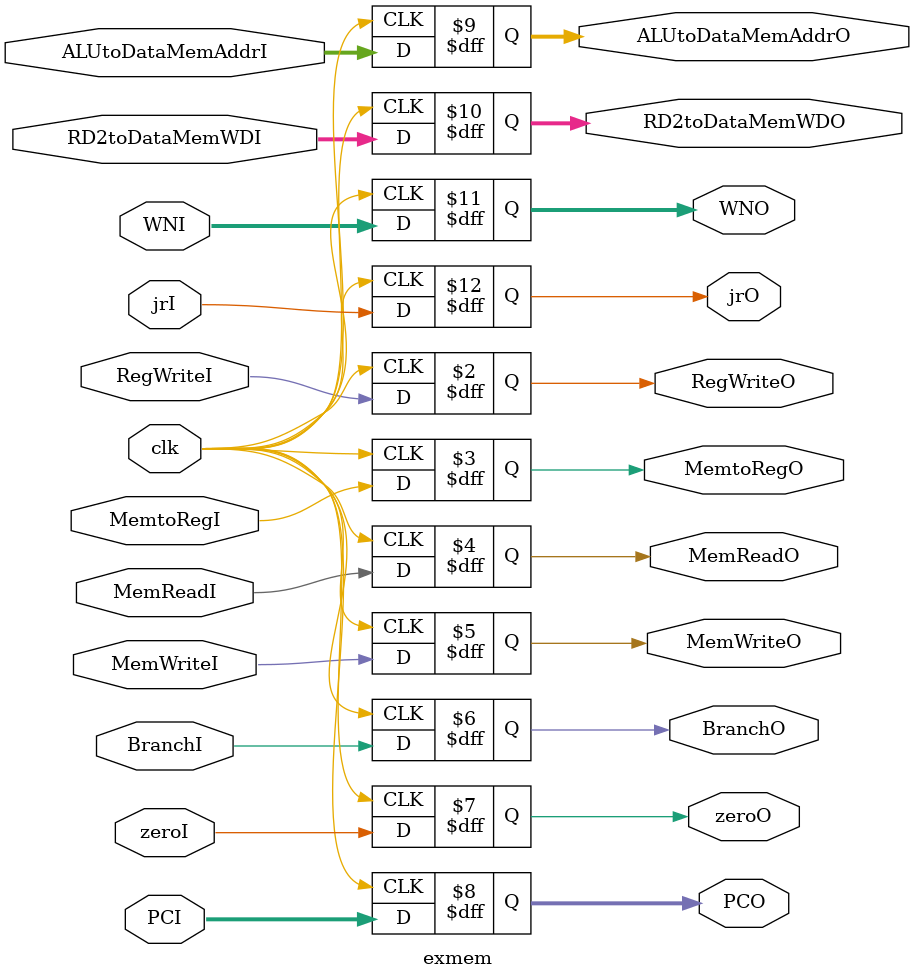
<source format=v>
module exmem( RegWriteO, MemtoRegO, MemReadO, MemWriteO, BranchO, PCO, zeroO, ALUtoDataMemAddrO, RD2toDataMemWDO, WNO, jrO, 
	      RegWriteI, MemtoRegI, MemReadI, MemWriteI, BranchI, PCI, zeroI, ALUtoDataMemAddrI, RD2toDataMemWDI, WNI, jrI, clk );
		  
	output reg RegWriteO, MemtoRegO, MemReadO, MemWriteO, BranchO, zeroO;
	input RegWriteI, MemtoRegI, MemReadI, MemWriteI, BranchI, zeroI, clk;
	output reg [31:0] PCO, ALUtoDataMemAddrO, RD2toDataMemWDO;
	input [31:0] PCI, ALUtoDataMemAddrI, RD2toDataMemWDI;
	output reg [4:0] WNO;
	input [4:0] WNI;
	output reg jrO;
	input jrI;

	always@( posedge clk ) begin
		RegWriteO <= RegWriteI;
		MemtoRegO <= MemtoRegI;
		MemReadO <= MemReadI;
		MemWriteO <= MemWriteI;
		BranchO <= BranchI;
		zeroO <= zeroI;
		PCO <= PCI;
		ALUtoDataMemAddrO <= ALUtoDataMemAddrI;
		RD2toDataMemWDO <= RD2toDataMemWDI;
		WNO <= WNI;
		jrO <= jrI;
	end
endmodule

</source>
